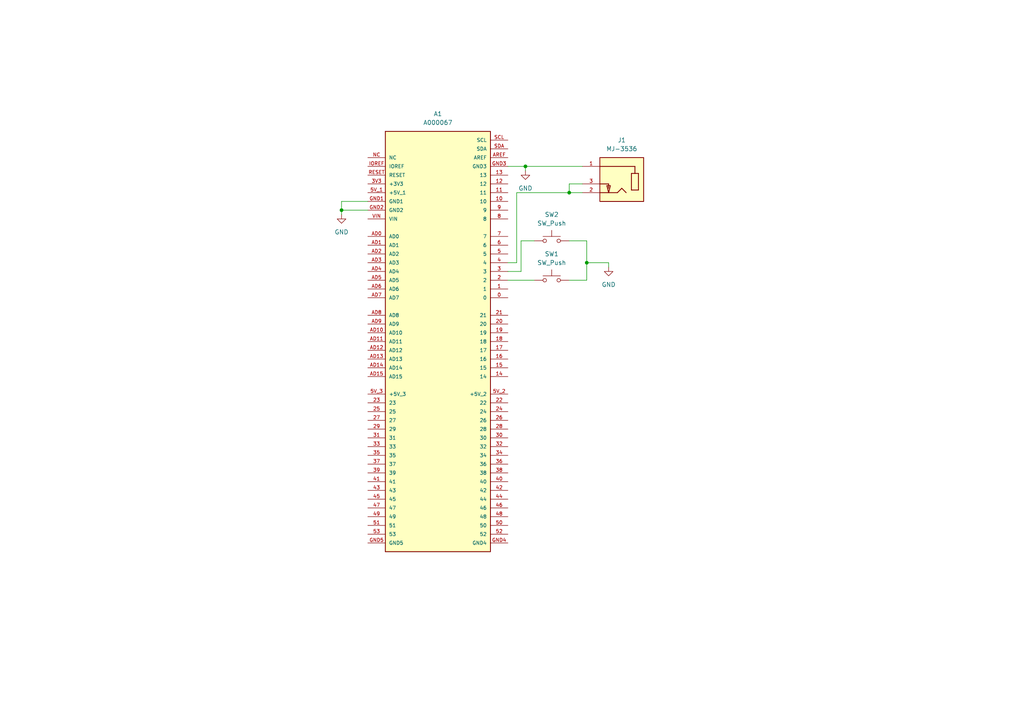
<source format=kicad_sch>
(kicad_sch (version 20230121) (generator eeschema)
  (paper "A4")
  (lib_symbols
    (symbol "A000067:A000067" (pin_names (offset 1.016))
      (property "Reference" "A" (at -15.24 61.595 0))
      (property "Value" "A000067" (at -15.24 -63.5 0))
      (symbol "A000067_0_0"
        (rectangle (start -15.24 -60.96) (end 15.24 60.96) (stroke (width 0.254)) (fill (type background)))
        (pin passive line (at 20.32 12.7 180) (length 5.08) (name "0") (number "0"))
        (pin passive line (at 20.32 15.24 180) (length 5.08) (name "1") (number "1"))
        (pin passive line (at 20.32 40.64 180) (length 5.08) (name "10") (number "10"))
        (pin passive line (at 20.32 43.18 180) (length 5.08) (name "11") (number "11"))
        (pin passive line (at 20.32 45.72 180) (length 5.08) (name "12") (number "12"))
        (pin passive line (at 20.32 48.26 180) (length 5.08) (name "13") (number "13"))
        (pin passive line (at 20.32 -10.16 180) (length 5.08) (name "14") (number "14"))
        (pin passive line (at 20.32 -7.62 180) (length 5.08) (name "15") (number "15"))
        (pin passive line (at 20.32 -5.08 180) (length 5.08) (name "16") (number "16"))
        (pin passive line (at 20.32 -2.54 180) (length 5.08) (name "17") (number "17"))
        (pin passive line (at 20.32 0 180) (length 5.08) (name "18") (number "18"))
        (pin passive line (at 20.32 2.54 180) (length 5.08) (name "19") (number "19"))
        (pin passive line (at 20.32 17.78 180) (length 5.08) (name "2") (number "2"))
        (pin passive line (at 20.32 5.08 180) (length 5.08) (name "20") (number "20"))
        (pin passive line (at 20.32 7.62 180) (length 5.08) (name "21") (number "21"))
        (pin passive line (at 20.32 -17.78 180) (length 5.08) (name "22") (number "22"))
        (pin passive line (at -20.32 -17.78 0) (length 5.08) (name "23") (number "23"))
        (pin passive line (at 20.32 -20.32 180) (length 5.08) (name "24") (number "24"))
        (pin passive line (at -20.32 -20.32 0) (length 5.08) (name "25") (number "25"))
        (pin passive line (at 20.32 -22.86 180) (length 5.08) (name "26") (number "26"))
        (pin passive line (at -20.32 -22.86 0) (length 5.08) (name "27") (number "27"))
        (pin passive line (at 20.32 -25.4 180) (length 5.08) (name "28") (number "28"))
        (pin passive line (at -20.32 -25.4 0) (length 5.08) (name "29") (number "29"))
        (pin passive line (at 20.32 20.32 180) (length 5.08) (name "3") (number "3"))
        (pin passive line (at 20.32 -27.94 180) (length 5.08) (name "30") (number "30"))
        (pin passive line (at -20.32 -27.94 0) (length 5.08) (name "31") (number "31"))
        (pin passive line (at 20.32 -30.48 180) (length 5.08) (name "32") (number "32"))
        (pin passive line (at -20.32 -30.48 0) (length 5.08) (name "33") (number "33"))
        (pin passive line (at 20.32 -33.02 180) (length 5.08) (name "34") (number "34"))
        (pin passive line (at -20.32 -33.02 0) (length 5.08) (name "35") (number "35"))
        (pin passive line (at 20.32 -35.56 180) (length 5.08) (name "36") (number "36"))
        (pin passive line (at -20.32 -35.56 0) (length 5.08) (name "37") (number "37"))
        (pin passive line (at 20.32 -38.1 180) (length 5.08) (name "38") (number "38"))
        (pin passive line (at -20.32 -38.1 0) (length 5.08) (name "39") (number "39"))
        (pin passive line (at -20.32 45.72 0) (length 5.08) (name "+3V3") (number "3V3"))
        (pin passive line (at 20.32 22.86 180) (length 5.08) (name "4") (number "4"))
        (pin passive line (at 20.32 -40.64 180) (length 5.08) (name "40") (number "40"))
        (pin passive line (at -20.32 -40.64 0) (length 5.08) (name "41") (number "41"))
        (pin passive line (at 20.32 -43.18 180) (length 5.08) (name "42") (number "42"))
        (pin passive line (at -20.32 -43.18 0) (length 5.08) (name "43") (number "43"))
        (pin passive line (at 20.32 -45.72 180) (length 5.08) (name "44") (number "44"))
        (pin passive line (at -20.32 -45.72 0) (length 5.08) (name "45") (number "45"))
        (pin passive line (at 20.32 -48.26 180) (length 5.08) (name "46") (number "46"))
        (pin passive line (at -20.32 -48.26 0) (length 5.08) (name "47") (number "47"))
        (pin passive line (at 20.32 -50.8 180) (length 5.08) (name "48") (number "48"))
        (pin passive line (at -20.32 -50.8 0) (length 5.08) (name "49") (number "49"))
        (pin passive line (at 20.32 25.4 180) (length 5.08) (name "5") (number "5"))
        (pin passive line (at 20.32 -53.34 180) (length 5.08) (name "50") (number "50"))
        (pin passive line (at -20.32 -53.34 0) (length 5.08) (name "51") (number "51"))
        (pin passive line (at 20.32 -55.88 180) (length 5.08) (name "52") (number "52"))
        (pin passive line (at -20.32 -55.88 0) (length 5.08) (name "53") (number "53"))
        (pin passive line (at -20.32 43.18 0) (length 5.08) (name "+5V_1") (number "5V_1"))
        (pin passive line (at 20.32 -15.24 180) (length 5.08) (name "+5V_2") (number "5V_2"))
        (pin passive line (at -20.32 -15.24 0) (length 5.08) (name "+5V_3") (number "5V_3"))
        (pin passive line (at 20.32 27.94 180) (length 5.08) (name "6") (number "6"))
        (pin passive line (at 20.32 30.48 180) (length 5.08) (name "7") (number "7"))
        (pin passive line (at 20.32 35.56 180) (length 5.08) (name "8") (number "8"))
        (pin passive line (at 20.32 38.1 180) (length 5.08) (name "9") (number "9"))
        (pin passive line (at -20.32 30.48 0) (length 5.08) (name "AD0") (number "AD0"))
        (pin passive line (at -20.32 27.94 0) (length 5.08) (name "AD1") (number "AD1"))
        (pin passive line (at -20.32 2.54 0) (length 5.08) (name "AD10") (number "AD10"))
        (pin passive line (at -20.32 0 0) (length 5.08) (name "AD11") (number "AD11"))
        (pin passive line (at -20.32 -2.54 0) (length 5.08) (name "AD12") (number "AD12"))
        (pin passive line (at -20.32 -5.08 0) (length 5.08) (name "AD13") (number "AD13"))
        (pin passive line (at -20.32 -7.62 0) (length 5.08) (name "AD14") (number "AD14"))
        (pin passive line (at -20.32 -10.16 0) (length 5.08) (name "AD15") (number "AD15"))
        (pin passive line (at -20.32 25.4 0) (length 5.08) (name "AD2") (number "AD2"))
        (pin passive line (at -20.32 22.86 0) (length 5.08) (name "AD3") (number "AD3"))
        (pin passive line (at -20.32 20.32 0) (length 5.08) (name "AD4") (number "AD4"))
        (pin passive line (at -20.32 17.78 0) (length 5.08) (name "AD5") (number "AD5"))
        (pin passive line (at -20.32 15.24 0) (length 5.08) (name "AD6") (number "AD6"))
        (pin passive line (at -20.32 12.7 0) (length 5.08) (name "AD7") (number "AD7"))
        (pin passive line (at -20.32 7.62 0) (length 5.08) (name "AD8") (number "AD8"))
        (pin passive line (at -20.32 5.08 0) (length 5.08) (name "AD9") (number "AD9"))
        (pin passive line (at 20.32 53.34 180) (length 5.08) (name "AREF") (number "AREF"))
        (pin passive line (at -20.32 40.64 0) (length 5.08) (name "GND1") (number "GND1"))
        (pin passive line (at -20.32 38.1 0) (length 5.08) (name "GND2") (number "GND2"))
        (pin passive line (at 20.32 50.8 180) (length 5.08) (name "GND3") (number "GND3"))
        (pin passive line (at 20.32 -58.42 180) (length 5.08) (name "GND4") (number "GND4"))
        (pin passive line (at -20.32 -58.42 0) (length 5.08) (name "GND5") (number "GND5"))
        (pin passive line (at -20.32 50.8 0) (length 5.08) (name "IOREF") (number "IOREF"))
        (pin passive line (at -20.32 53.34 0) (length 5.08) (name "NC") (number "NC"))
        (pin passive line (at -20.32 48.26 0) (length 5.08) (name "RESET") (number "RESET"))
        (pin passive line (at 20.32 58.42 180) (length 5.08) (name "SCL") (number "SCL"))
        (pin passive line (at 20.32 55.88 180) (length 5.08) (name "SDA") (number "SDA"))
        (pin passive line (at -20.32 35.56 0) (length 5.08) (name "VIN") (number "VIN"))
      )
    )
    (symbol "MJ-3536:MJ-3536" (pin_names (offset 1.016) hide)
      (property "Reference" "J" (at -5.08 5.842 0))
      (property "Value" "MJ-3536" (at -5.08 -10.16 0))
      (symbol "MJ-3536_0_0"
        (rectangle (start -5.08 -7.62) (end 7.62 5.08) (stroke (width 0.254)) (fill (type background)))
        (polyline (pts (xy -3.556 -4.318) (xy -1.524 -4.318)) (stroke (width 0.254)))
        (polyline (pts (xy -3.556 0.508) (xy -3.556 -4.318)) (stroke (width 0.254)))
        (polyline (pts (xy -2.54 0.508) (xy -3.556 0.508)) (stroke (width 0.254)))
        (polyline (pts (xy -2.54 0.508) (xy -2.54 2.54)) (stroke (width 0.254)))
        (polyline (pts (xy -2.54 2.54) (xy 7.62 2.54)) (stroke (width 0.254)))
        (polyline (pts (xy -1.524 -4.318) (xy -1.524 0.508)) (stroke (width 0.254)))
        (polyline (pts (xy -1.524 0.508) (xy -2.54 0.508)) (stroke (width 0.254)))
        (polyline (pts (xy 0 -5.08) (xy 1.27 -3.81)) (stroke (width 0.254)))
        (polyline (pts (xy 1.27 -3.81) (xy 2.54 -5.08)) (stroke (width 0.254)))
        (polyline (pts (xy 2.54 -5.08) (xy 7.62 -5.08)) (stroke (width 0.254)))
        (polyline (pts (xy 5.08 -2.54) (xy 5.08 -3.81)) (stroke (width 0.254)))
        (polyline (pts (xy 7.62 -2.54) (xy 5.08 -2.54)) (stroke (width 0.254)))
        (polyline (pts (xy 5.588 -3.048) (xy 4.572 -3.048) (xy 5.08 -5.08) (xy 5.588 -3.048)) (stroke (width 0.254)) (fill (type background)))
        (pin passive line (at 12.7 2.54 180) (length 5.08) (name "~") (number "1"))
        (pin passive line (at 12.7 -5.08 180) (length 5.08) (name "~") (number "2"))
        (pin passive line (at 12.7 -2.54 180) (length 5.08) (name "~") (number "3"))
      )
    )
    (symbol "Switch:SW_Push" (pin_numbers hide) (pin_names (offset 1.016) hide)
      (property "Reference" "SW" (at 1.27 2.54 0))
      (property "Value" "SW_Push" (at 0 -1.524 0))
      (symbol "SW_Push_0_1"
        (circle (center -2.032 0) (radius 0.508))
        (polyline (pts (xy 0 1.27) (xy 0 3.048)))
        (polyline (pts (xy 2.54 1.27) (xy -2.54 1.27)))
        (circle (center 2.032 0) (radius 0.508))
        (pin passive line (at -5.08 0 0) (length 2.54) (name "1") (number "1"))
        (pin passive line (at 5.08 0 180) (length 2.54) (name "2") (number "2"))
      )
    )
    (symbol "power:GND" (power) (pin_names (offset 0))
      (property "Value" "GND" (at 0 -3.81 0))
      (symbol "GND_0_1"
        (polyline (pts (xy 0 0) (xy 0 -1.27) (xy 1.27 -1.27) (xy 0 -2.54) (xy -1.27 -1.27) (xy 0 -1.27)))
      )
      (symbol "GND_1_1"
        (pin power_in line (at 0 0 270) (length 0) hide (name "GND") (number "1"))
      )
    )
  )
  (junction (at 170.18 76.2))
  (junction (at 152.4 48.26))
  (junction (at 165.1 55.88))
  (junction (at 99.06 60.96))
  (wire (pts (xy 165.1 55.88) (xy 168.91 55.88)))
  (wire (pts (xy 165.1 53.34) (xy 165.1 55.88)))
  (wire (pts (xy 170.18 81.28) (xy 165.1 81.28)))
  (wire (pts (xy 106.68 58.42) (xy 99.06 58.42)))
  (wire (pts (xy 99.06 60.96) (xy 106.68 60.96)))
  (wire (pts (xy 170.18 76.2) (xy 170.18 81.28)))
  (wire (pts (xy 170.18 69.85) (xy 170.18 76.2)))
  (wire (pts (xy 152.4 48.26) (xy 152.4 49.53)))
  (wire (pts (xy 176.53 76.2) (xy 176.53 77.47)))
  (wire (pts (xy 147.32 81.28) (xy 154.94 81.28)))
  (wire (pts (xy 170.18 76.2) (xy 176.53 76.2)))
  (wire (pts (xy 168.91 53.34) (xy 165.1 53.34)))
  (wire (pts (xy 149.86 76.2) (xy 149.86 55.88)))
  (wire (pts (xy 151.13 78.74) (xy 151.13 69.85)))
  (wire (pts (xy 147.32 76.2) (xy 149.86 76.2)))
  (wire (pts (xy 147.32 48.26) (xy 152.4 48.26)))
  (wire (pts (xy 152.4 48.26) (xy 168.91 48.26)))
  (wire (pts (xy 149.86 55.88) (xy 165.1 55.88)))
  (wire (pts (xy 147.32 78.74) (xy 151.13 78.74)))
  (wire (pts (xy 151.13 69.85) (xy 154.94 69.85)))
  (wire (pts (xy 99.06 60.96) (xy 99.06 62.23)))
  (wire (pts (xy 99.06 58.42) (xy 99.06 60.96)))
  (wire (pts (xy 165.1 69.85) (xy 170.18 69.85)))
  (symbol (lib_id "Switch:SW_Push") (at 160.02 69.85 0) (unit 1)
    (property "Reference" "SW2" (at 160.02 62.23 0))
    (property "Value" "SW_Push" (at 160.02 64.77 0))
  )
  (symbol (lib_id "power:GND") (at 176.53 77.47 0) (unit 1)
    (property "Reference" "#PWR01" (effects hide))
    (property "Value" "GND" (at 176.53 82.55 0))
  )
  (symbol (lib_id "A000067:A000067") (at 127 99.06 0) (unit 1)
    (property "Reference" "A1" (at 127 33.02 0))
    (property "Value" "A000067" (at 127 35.56 0))
    (property "Footprint" "MODULE_A000067" (effects hide))
    (property "MF" "Arduino" (effects hide))
    (property "MAXIMUM_PACKAGE_HEIGHT" "N/A" (effects hide))
    (property "RS_Components_70415155_Purchase_URL" "https://www.snapeda.com/api/url_track_click/https%253A//us.rs-online.com/product/arduino/a000067/70415155/%253Futm_source%253DSnapEDA%2526utm_medium%253Dpart_sourcing%2526utm_campaign%253Dpartsourcing_SnapEDA_IMP_EX_GR/?unipart_id=7035645&manufacturer=Arduino&part_name=A000067&search_term=arduino mega 2560" (effects hide))
    (property "Package" "Non-Standard Arduino" (effects hide))
    (property "Check_prices" "https://www.snapeda.com/parts/A000067/Arduino/view-part/?ref=eda" (effects hide))
    (property "STANDARD" "Manufacturer Recommendations" (effects hide))
    (property "PARTREV" "3" (effects hide))
    (property "SnapEDA_Link" "https://www.snapeda.com/parts/A000067/Arduino/view-part/?ref=snap" (effects hide))
    (property "MP" "A000067" (effects hide))
    (property "Purchase-URL" "https://www.snapeda.com/api/url_track_click_mouser/?unipart_id=7035645&manufacturer=Arduino&part_name=A000067&search_term=arduino mega 2560" (effects hide))
    (property "Description" "\\nArduino Mega 2560 Rev3 Microcontroller Board, ATmega2560 | Arduino A000067\\n" (effects hide))
    (property "MANUFACTURER" "Arduino" (effects hide))
  )
  (symbol (lib_id "power:GND") (at 99.06 62.23 0) (unit 1)
    (property "Reference" "#PWR03" (effects hide))
    (property "Value" "GND" (at 99.06 67.31 0))
  )
  (symbol (lib_id "MJ-3536:MJ-3536") (at 181.61 50.8 0) (mirror y) (unit 1)
    (property "Reference" "J1" (at 180.34 40.64 0))
    (property "Value" "MJ-3536" (at 180.34 43.18 0))
    (property "Footprint" "CUI_MJ-3536" (effects hide))
    (property "MF" "CUI Devices" (effects hide))
    (property "MAXIMUM_PACKAGE_HEIGHT" "10.00mm" (effects hide))
    (property "Package" "None" (effects hide))
    (property "Price" "None" (effects hide))
    (property "Check_prices" "https://www.snapeda.com/parts/MJ-3536/CUI+Devices/view-part/?ref=eda" (effects hide))
    (property "STANDARD" "Manufacturer Recommendations" (effects hide))
    (property "PARTREV" "1.03" (effects hide))
    (property "SnapEDA_Link" "https://www.snapeda.com/parts/MJ-3536/CUI+Devices/view-part/?ref=snap" (effects hide))
    (property "MP" "MJ-3536" (effects hide))
    (property "Purchase-URL" "https://www.snapeda.com/api/url_track_click_mouser/?unipart_id=446659&manufacturer=CUI Devices&part_name=MJ-3536&search_term=jack mono" (effects hide))
    (property "Description" "3.5 mm, Mono, Right Angle, Through Hole, Threaded Bushing, 2 Conductors, 1 Internal Switch, Audio Jack Connector" (effects hide))
    (property "CUI_purchase_URL" "https://www.cuidevices.com/product/interconnect/connectors/audio-connectors/jacks/mj-3536?utm_source=snapeda.com&utm_medium=referral&utm_campaign=snapedaBOM" (effects hide))
    (property "Availability" "In Stock" (effects hide))
    (property "MANUFACTURER" "CUI Devices" (effects hide))
  )
  (symbol (lib_id "Switch:SW_Push") (at 160.02 81.28 0) (unit 1)
    (property "Reference" "SW1" (at 160.02 73.66 0))
    (property "Value" "SW_Push" (at 160.02 76.2 0))
  )
  (symbol (lib_id "power:GND") (at 152.4 49.53 0) (unit 1)
    (property "Reference" "#PWR02" (effects hide))
    (property "Value" "GND" (at 152.4 54.61 0))
  )
)
</source>
